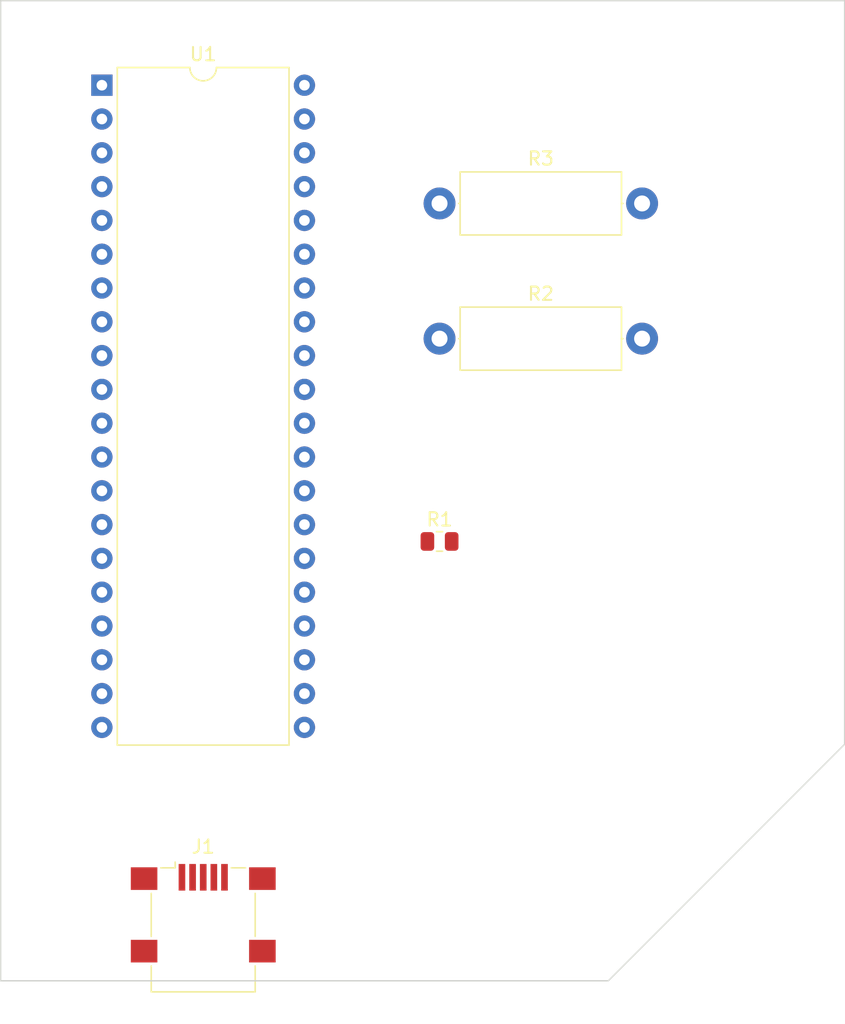
<source format=kicad_pcb>
(kicad_pcb (version 20211014) (generator pcbnew)
  (layers (0 "F.Cu" signal) (31 "B.Cu" signal) (34 "B.Paste" user) (35 "F.Paste" user) (36 "B.SilkS" user "B.Silkscreen") (37 "F.SilkS" user "F.Silkscreen") (38 "B.Mask" user) (39 "F.Mask" user) (44 "Edge.Cuts" user))
  (net 0 "")
  (footprint "Package_DIP:DIP-40_W15.24mm" (layer "F.Cu") (at 91.435 72.395)
    (fp_text reference "U1" (at 7.62 -2.33) (layer "F.SilkS"))
    (fp_text value "MC68A00")
    (fp_line (start 1.16 -1.33) (end 1.16 49.59) (layer "F.SilkS") (width 0.12))
    (fp_line (start 1.16 49.59) (end 14.08 49.59) (layer "F.SilkS") (width 0.12))
    (fp_line (start 14.08 49.59) (end 14.08 -1.33) (layer "F.SilkS") (width 0.12))
    (fp_line (start 14.08 -1.33) (end 8.62 -1.33) (layer "F.SilkS") (width 0.12))
    (fp_line (start 6.62 -1.33) (end 1.16 -1.33) (layer "F.SilkS") (width 0.12))
    (fp_arc (start 8.62 -1.33) (mid 7.62 -0.33) (end 6.62 -1.33) (layer "F.SilkS") (width 0.12))
    (pad "1" thru_hole rect (at 0 0) (size 1.6 1.6) (drill 0.8) (layers *.Cu *.Mask))
    (pad "2" thru_hole oval (at 0 2.54) (size 1.6 1.6) (drill 0.8) (layers *.Cu *.Mask))
    (pad "3" thru_hole oval (at 0 5.08) (size 1.6 1.6) (drill 0.8) (layers *.Cu *.Mask))
    (pad "4" thru_hole oval (at 0 7.62) (size 1.6 1.6) (drill 0.8) (layers *.Cu *.Mask))
    (pad "5" thru_hole oval (at 0 10.16) (size 1.6 1.6) (drill 0.8) (layers *.Cu *.Mask))
    (pad "6" thru_hole oval (at 0 12.7) (size 1.6 1.6) (drill 0.8) (layers *.Cu *.Mask))
    (pad "7" thru_hole oval (at 0 15.24) (size 1.6 1.6) (drill 0.8) (layers *.Cu *.Mask))
    (pad "8" thru_hole oval (at 0 17.78) (size 1.6 1.6) (drill 0.8) (layers *.Cu *.Mask))
    (pad "9" thru_hole oval (at 0 20.32) (size 1.6 1.6) (drill 0.8) (layers *.Cu *.Mask))
    (pad "10" thru_hole oval (at 0 22.86) (size 1.6 1.6) (drill 0.8) (layers *.Cu *.Mask))
    (pad "11" thru_hole oval (at 0 25.4) (size 1.6 1.6) (drill 0.8) (layers *.Cu *.Mask))
    (pad "12" thru_hole oval (at 0 27.94) (size 1.6 1.6) (drill 0.8) (layers *.Cu *.Mask))
    (pad "13" thru_hole oval (at 0 30.48) (size 1.6 1.6) (drill 0.8) (layers *.Cu *.Mask))
    (pad "14" thru_hole oval (at 0 33.02) (size 1.6 1.6) (drill 0.8) (layers *.Cu *.Mask))
    (pad "15" thru_hole oval (at 0 35.56) (size 1.6 1.6) (drill 0.8) (layers *.Cu *.Mask))
    (pad "16" thru_hole oval (at 0 38.1) (size 1.6 1.6) (drill 0.8) (layers *.Cu *.Mask))
    (pad "17" thru_hole oval (at 0 40.64) (size 1.6 1.6) (drill 0.8) (layers *.Cu *.Mask))
    (pad "18" thru_hole oval (at 0 43.18) (size 1.6 1.6) (drill 0.8) (layers *.Cu *.Mask))
    (pad "19" thru_hole oval (at 0 45.72) (size 1.6 1.6) (drill 0.8) (layers *.Cu *.Mask))
    (pad "20" thru_hole oval (at 0 48.26) (size 1.6 1.6) (drill 0.8) (layers *.Cu *.Mask))
    (pad "21" thru_hole oval (at 15.24 48.26) (size 1.6 1.6) (drill 0.8) (layers *.Cu *.Mask))
    (pad "22" thru_hole oval (at 15.24 45.72) (size 1.6 1.6) (drill 0.8) (layers *.Cu *.Mask))
    (pad "23" thru_hole oval (at 15.24 43.18) (size 1.6 1.6) (drill 0.8) (layers *.Cu *.Mask))
    (pad "24" thru_hole oval (at 15.24 40.64) (size 1.6 1.6) (drill 0.8) (layers *.Cu *.Mask))
    (pad "25" thru_hole oval (at 15.24 38.1) (size 1.6 1.6) (drill 0.8) (layers *.Cu *.Mask))
    (pad "26" thru_hole oval (at 15.24 35.56) (size 1.6 1.6) (drill 0.8) (layers *.Cu *.Mask))
    (pad "27" thru_hole oval (at 15.24 33.02) (size 1.6 1.6) (drill 0.8) (layers *.Cu *.Mask))
    (pad "28" thru_hole oval (at 15.24 30.48) (size 1.6 1.6) (drill 0.8) (layers *.Cu *.Mask))
    (pad "29" thru_hole oval (at 15.24 27.94) (size 1.6 1.6) (drill 0.8) (layers *.Cu *.Mask))
    (pad "30" thru_hole oval (at 15.24 25.4) (size 1.6 1.6) (drill 0.8) (layers *.Cu *.Mask))
    (pad "31" thru_hole oval (at 15.24 22.86) (size 1.6 1.6) (drill 0.8) (layers *.Cu *.Mask))
    (pad "32" thru_hole oval (at 15.24 20.32) (size 1.6 1.6) (drill 0.8) (layers *.Cu *.Mask))
    (pad "33" thru_hole oval (at 15.24 17.78) (size 1.6 1.6) (drill 0.8) (layers *.Cu *.Mask))
    (pad "34" thru_hole oval (at 15.24 15.24) (size 1.6 1.6) (drill 0.8) (layers *.Cu *.Mask))
    (pad "35" thru_hole oval (at 15.24 12.7) (size 1.6 1.6) (drill 0.8) (layers *.Cu *.Mask))
    (pad "36" thru_hole oval (at 15.24 10.16) (size 1.6 1.6) (drill 0.8) (layers *.Cu *.Mask))
    (pad "37" thru_hole oval (at 15.24 7.62) (size 1.6 1.6) (drill 0.8) (layers *.Cu *.Mask))
    (pad "38" thru_hole oval (at 15.24 5.08) (size 1.6 1.6) (drill 0.8) (layers *.Cu *.Mask))
    (pad "39" thru_hole oval (at 15.24 2.54) (size 1.6 1.6) (drill 0.8) (layers *.Cu *.Mask))
    (pad "40" thru_hole oval (at 15.24 0) (size 1.6 1.6) (drill 0.8) (layers *.Cu *.Mask))
  )
  (footprint "Resistor_THT:R_Axial_DIN0414_L11.9mm_D4.5mm_P15.24mm_Horizontal" (layer "F.Cu") (at 116.84 91.44)
    (fp_text reference "R2" (at 7.62 -3.37) (layer "F.SilkS"))
    (fp_text value "R")
    (fp_line (start 13.69 -2.37) (end 1.55 -2.37) (layer "F.SilkS") (width 0.12))
    (fp_line (start 13.8 0) (end 13.69 0) (layer "F.SilkS") (width 0.12))
    (fp_line (start 1.44 0) (end 1.55 0) (layer "F.SilkS") (width 0.12))
    (fp_line (start 1.55 2.37) (end 13.69 2.37) (layer "F.SilkS") (width 0.12))
    (fp_line (start 1.55 -2.37) (end 1.55 2.37) (layer "F.SilkS") (width 0.12))
    (fp_line (start 13.69 2.37) (end 13.69 -2.37) (layer "F.SilkS") (width 0.12))
    (pad "1" thru_hole circle (at 0 0) (size 2.4 2.4) (drill 1.2) (layers *.Cu *.Mask))
    (pad "2" thru_hole oval (at 15.24 0) (size 2.4 2.4) (drill 1.2) (layers *.Cu *.Mask))
  )
  (footprint "Resistor_THT:R_Axial_DIN0414_L11.9mm_D4.5mm_P15.24mm_Horizontal" (layer "F.Cu") (at 116.84 81.28)
    (fp_text reference "R3" (at 7.62 -3.37) (layer "F.SilkS"))
    (fp_text value "R")
    (fp_line (start 13.8 0) (end 13.69 0) (layer "F.SilkS") (width 0.12))
    (fp_line (start 1.55 2.37) (end 13.69 2.37) (layer "F.SilkS") (width 0.12))
    (fp_line (start 1.44 0) (end 1.55 0) (layer "F.SilkS") (width 0.12))
    (fp_line (start 13.69 -2.37) (end 1.55 -2.37) (layer "F.SilkS") (width 0.12))
    (fp_line (start 1.55 -2.37) (end 1.55 2.37) (layer "F.SilkS") (width 0.12))
    (fp_line (start 13.69 2.37) (end 13.69 -2.37) (layer "F.SilkS") (width 0.12))
    (pad "1" thru_hole circle (at 0 0) (size 2.4 2.4) (drill 1.2) (layers *.Cu *.Mask))
    (pad "2" thru_hole oval (at 15.24 0) (size 2.4 2.4) (drill 1.2) (layers *.Cu *.Mask))
  )
  (footprint "Connector_USB:USB_Mini-B_Lumberg_2486_01_Horizontal" (layer "F.Cu") (at 99.06 134.62)
    (fp_text reference "J1" (at 0 -5) (layer "F.SilkS"))
    (fp_text value "USB_B_Mini")
    (fp_line (start -3.91 5.91) (end -3.91 3.96) (layer "F.SilkS") (width 0.12))
    (fp_line (start -3.91 1.74) (end -3.91 -1.49) (layer "F.SilkS") (width 0.12))
    (fp_line (start 2.11 -3.41) (end 3.19 -3.41) (layer "F.SilkS") (width 0.12))
    (fp_line (start -3.19 -3.41) (end -2.11 -3.41) (layer "F.SilkS") (width 0.12))
    (fp_line (start 3.91 5.91) (end 3.91 3.96) (layer "F.SilkS") (width 0.12))
    (fp_line (start 3.91 1.74) (end 3.91 -1.49) (layer "F.SilkS") (width 0.12))
    (fp_line (start 3.91 5.91) (end -3.91 5.91) (layer "F.SilkS") (width 0.12))
    (fp_line (start -2.11 -3.41) (end -2.11 -3.84) (layer "F.SilkS") (width 0.12))
    (pad "" np_thru_hole circle (at 2.2 0) (size 1 1) (drill 1) (layers *.Cu *.Mask))
    (pad "" np_thru_hole circle (at -2.2 0) (size 1 1) (drill 1) (layers *.Cu *.Mask))
    (pad "1" smd rect (at -1.6 -2.7) (size 0.5 2) (layers "F.Cu" "F.Paste" "F.Mask"))
    (pad "2" smd rect (at -0.8 -2.7) (size 0.5 2) (layers "F.Cu" "F.Paste" "F.Mask"))
    (pad "3" smd rect (at 0 -2.7) (size 0.5 2) (layers "F.Cu" "F.Paste" "F.Mask"))
    (pad "4" smd rect (at 0.8 -2.7) (size 0.5 2) (layers "F.Cu" "F.Paste" "F.Mask"))
    (pad "5" smd rect (at 1.6 -2.7) (size 0.5 2) (layers "F.Cu" "F.Paste" "F.Mask"))
    (pad "6" smd rect (at 4.45 -2.6) (size 2 1.7) (layers "F.Cu" "F.Paste" "F.Mask"))
    (pad "6" smd rect (at -4.45 -2.6) (size 2 1.7) (layers "F.Cu" "F.Paste" "F.Mask"))
    (pad "6" smd rect (at 4.45 2.85) (size 2 1.7) (layers "F.Cu" "F.Paste" "F.Mask"))
    (pad "6" smd rect (at -4.45 2.85) (size 2 1.7) (layers "F.Cu" "F.Paste" "F.Mask"))
  )
  (footprint "Resistor_SMD:R_0805_2012Metric" (layer "F.Cu") (at 116.84 106.68)
    (fp_text reference "R1" (at 0 -1.65) (layer "F.SilkS"))
    (fp_text value "R")
    (fp_line (start -0.227064 0.735) (end 0.227064 0.735) (layer "F.SilkS") (width 0.12))
    (fp_line (start -0.227064 -0.735) (end 0.227064 -0.735) (layer "F.SilkS") (width 0.12))
    (pad "1" smd roundrect (at -0.9125 0) (size 1.025 1.4) (layers "F.Cu" "F.Paste" "F.Mask") (roundrect_rratio 0.243902))
    (pad "2" smd roundrect (at 0.9125 0) (size 1.025 1.4) (layers "F.Cu" "F.Paste" "F.Mask") (roundrect_rratio 0.243902))
  )
  (gr_poly (pts (xy 147.32 121.92) (xy 129.54 139.7) (xy 83.82 139.7) (xy 83.82 66.04) (xy 147.32 66.04)) (layer "Edge.Cuts") (width 0.1) (fill none))
)
</source>
